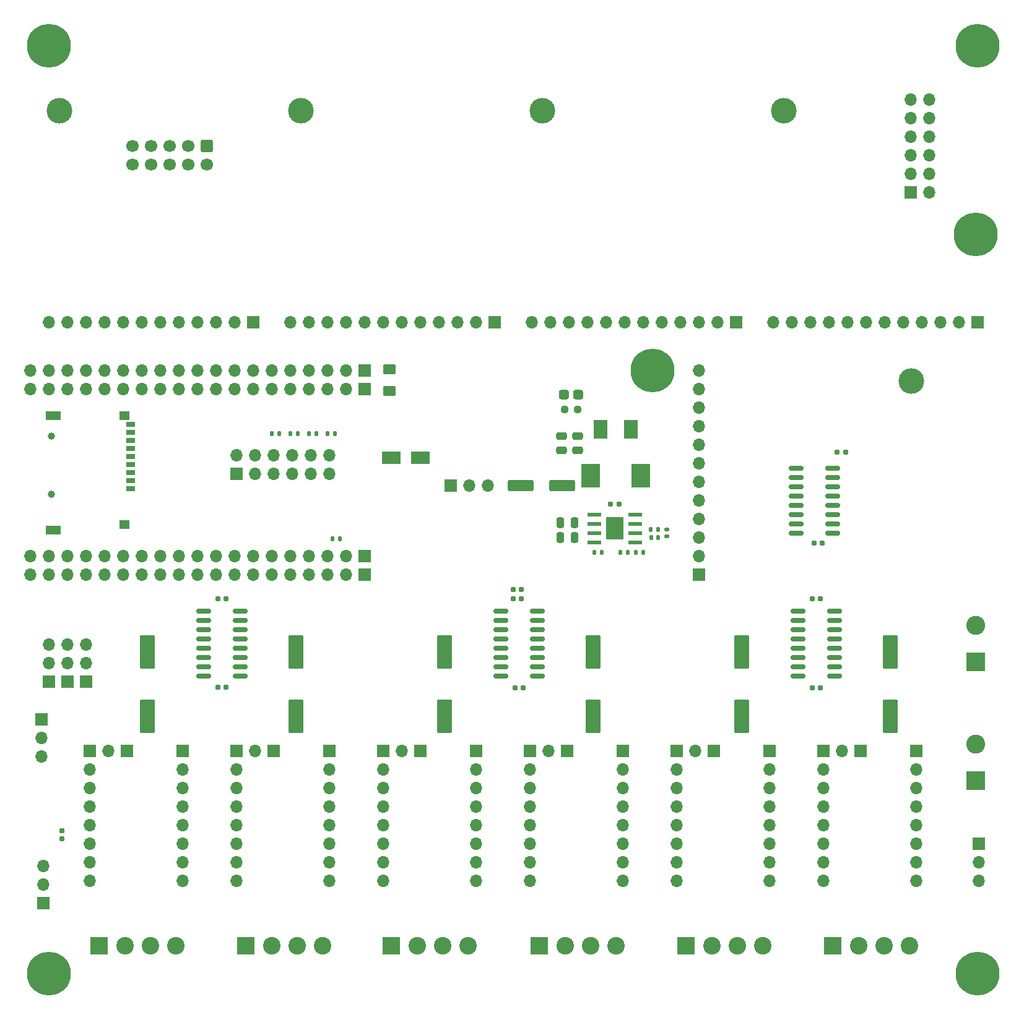
<source format=gbr>
%TF.GenerationSoftware,KiCad,Pcbnew,(5.99.0-13025-gf345eacf13)*%
%TF.CreationDate,2021-10-31T04:57:43-07:00*%
%TF.ProjectId,6_axis_I2S_v1p8s,365f6178-6973-45f4-9932-535f76317038,rev?*%
%TF.SameCoordinates,Original*%
%TF.FileFunction,Soldermask,Top*%
%TF.FilePolarity,Negative*%
%FSLAX46Y46*%
G04 Gerber Fmt 4.6, Leading zero omitted, Abs format (unit mm)*
G04 Created by KiCad (PCBNEW (5.99.0-13025-gf345eacf13)) date 2021-10-31 04:57:43*
%MOMM*%
%LPD*%
G01*
G04 APERTURE LIST*
G04 Aperture macros list*
%AMRoundRect*
0 Rectangle with rounded corners*
0 $1 Rounding radius*
0 $2 $3 $4 $5 $6 $7 $8 $9 X,Y pos of 4 corners*
0 Add a 4 corners polygon primitive as box body*
4,1,4,$2,$3,$4,$5,$6,$7,$8,$9,$2,$3,0*
0 Add four circle primitives for the rounded corners*
1,1,$1+$1,$2,$3*
1,1,$1+$1,$4,$5*
1,1,$1+$1,$6,$7*
1,1,$1+$1,$8,$9*
0 Add four rect primitives between the rounded corners*
20,1,$1+$1,$2,$3,$4,$5,0*
20,1,$1+$1,$4,$5,$6,$7,0*
20,1,$1+$1,$6,$7,$8,$9,0*
20,1,$1+$1,$8,$9,$2,$3,0*%
G04 Aperture macros list end*
%ADD10R,1.700000X1.700000*%
%ADD11O,1.700000X1.700000*%
%ADD12R,2.400000X2.400000*%
%ADD13C,2.400000*%
%ADD14RoundRect,0.155000X-0.212500X-0.155000X0.212500X-0.155000X0.212500X0.155000X-0.212500X0.155000X0*%
%ADD15C,1.000000*%
%ADD16R,1.300000X0.685800*%
%ADD17R,2.000000X1.200000*%
%ADD18R,1.400000X1.200000*%
%ADD19R,1.400000X1.193800*%
%ADD20RoundRect,0.155000X0.212500X0.155000X-0.212500X0.155000X-0.212500X-0.155000X0.212500X-0.155000X0*%
%ADD21RoundRect,0.155000X-0.155000X0.212500X-0.155000X-0.212500X0.155000X-0.212500X0.155000X0.212500X0*%
%ADD22RoundRect,0.150000X-0.825000X-0.150000X0.825000X-0.150000X0.825000X0.150000X-0.825000X0.150000X0*%
%ADD23C,3.500000*%
%ADD24C,6.000000*%
%ADD25C,3.900000*%
%ADD26RoundRect,0.140000X0.140000X0.170000X-0.140000X0.170000X-0.140000X-0.170000X0.140000X-0.170000X0*%
%ADD27RoundRect,0.140000X0.170000X-0.140000X0.170000X0.140000X-0.170000X0.140000X-0.170000X-0.140000X0*%
%ADD28R,2.600000X2.600000*%
%ADD29C,2.600000*%
%ADD30RoundRect,0.250001X0.799999X-2.049999X0.799999X2.049999X-0.799999X2.049999X-0.799999X-2.049999X0*%
%ADD31R,1.910000X0.610000*%
%ADD32R,1.205000X1.550000*%
%ADD33R,2.500000X1.800000*%
%ADD34RoundRect,0.237500X0.250000X0.237500X-0.250000X0.237500X-0.250000X-0.237500X0.250000X-0.237500X0*%
%ADD35R,2.500000X3.300000*%
%ADD36RoundRect,0.135000X0.135000X0.185000X-0.135000X0.185000X-0.135000X-0.185000X0.135000X-0.185000X0*%
%ADD37RoundRect,0.250000X-0.600000X0.600000X-0.600000X-0.600000X0.600000X-0.600000X0.600000X0.600000X0*%
%ADD38C,1.700000*%
%ADD39RoundRect,0.250000X-1.500000X-0.550000X1.500000X-0.550000X1.500000X0.550000X-1.500000X0.550000X0*%
%ADD40RoundRect,0.250000X-0.250000X-0.475000X0.250000X-0.475000X0.250000X0.475000X-0.250000X0.475000X0*%
%ADD41RoundRect,0.250001X-0.624999X0.462499X-0.624999X-0.462499X0.624999X-0.462499X0.624999X0.462499X0*%
%ADD42RoundRect,0.250000X0.475000X-0.250000X0.475000X0.250000X-0.475000X0.250000X-0.475000X-0.250000X0*%
%ADD43RoundRect,0.250000X0.412500X0.400000X-0.412500X0.400000X-0.412500X-0.400000X0.412500X-0.400000X0*%
%ADD44RoundRect,0.135000X-0.135000X-0.185000X0.135000X-0.185000X0.135000X0.185000X-0.135000X0.185000X0*%
%ADD45R,1.900000X2.500000*%
G04 APERTURE END LIST*
D10*
%TO.C,J18*%
X110744000Y-99187000D03*
D11*
X110744000Y-96647000D03*
X113284000Y-99187000D03*
X113284000Y-96647000D03*
X115824000Y-99187000D03*
X115824000Y-96647000D03*
X118364000Y-99187000D03*
X118364000Y-96647000D03*
X120904000Y-99187000D03*
X120904000Y-96647000D03*
X123444000Y-99187000D03*
X123444000Y-96647000D03*
%TD*%
D12*
%TO.C,TB3*%
X131910000Y-163830000D03*
D13*
X135410000Y-163830000D03*
X138910000Y-163830000D03*
X142410000Y-163830000D03*
%TD*%
D12*
%TO.C,TB6*%
X172212000Y-163830000D03*
D13*
X175712000Y-163830000D03*
X179212000Y-163830000D03*
X182712000Y-163830000D03*
%TD*%
D10*
%TO.C,J9*%
X110744000Y-137160000D03*
D11*
X110744000Y-139700000D03*
X110744000Y-142240000D03*
X110744000Y-144780000D03*
X110744000Y-147320000D03*
X110744000Y-149860000D03*
X110744000Y-152400000D03*
X110744000Y-154940000D03*
%TD*%
D14*
%TO.C,C15*%
X161865500Y-103378000D03*
X163000500Y-103378000D03*
%TD*%
D15*
%TO.C,SD1*%
X85364000Y-102027000D03*
X85364000Y-94027000D03*
D16*
X96204000Y-101227000D03*
X96204000Y-100127000D03*
X96204000Y-99027000D03*
X96204000Y-97927000D03*
X96204000Y-96827000D03*
X96204000Y-95727000D03*
X96204000Y-94627000D03*
X96204000Y-93527000D03*
X96204000Y-92427000D03*
D17*
X85654000Y-106947000D03*
D18*
X95354000Y-106107000D03*
D19*
X95354000Y-91217000D03*
D17*
X85654000Y-91217000D03*
%TD*%
D10*
%TO.C,J13*%
X130810000Y-137160000D03*
D11*
X130810000Y-139700000D03*
X130810000Y-142240000D03*
X130810000Y-144780000D03*
X130810000Y-147320000D03*
X130810000Y-149860000D03*
X130810000Y-152400000D03*
X130810000Y-154940000D03*
%TD*%
D20*
%TO.C,C1*%
X109279500Y-116332000D03*
X108144500Y-116332000D03*
%TD*%
D21*
%TO.C,C5*%
X86868000Y-148022500D03*
X86868000Y-149157500D03*
%TD*%
D10*
%TO.C,J24*%
X84074000Y-132857000D03*
D11*
X84074000Y-135397000D03*
X84074000Y-137937000D03*
%TD*%
D12*
%TO.C,TB5*%
X152146000Y-163830000D03*
D13*
X155646000Y-163830000D03*
X159146000Y-163830000D03*
X162646000Y-163830000D03*
%TD*%
D22*
%TO.C,U1*%
X106237000Y-117983000D03*
X106237000Y-119253000D03*
X106237000Y-120523000D03*
X106237000Y-121793000D03*
X106237000Y-123063000D03*
X106237000Y-124333000D03*
X106237000Y-125603000D03*
X106237000Y-126873000D03*
X111187000Y-126873000D03*
X111187000Y-125603000D03*
X111187000Y-124333000D03*
X111187000Y-123063000D03*
X111187000Y-121793000D03*
X111187000Y-120523000D03*
X111187000Y-119253000D03*
X111187000Y-117983000D03*
%TD*%
D23*
%TO.C,MOD3*%
X152570000Y-49486000D03*
D10*
X179070000Y-78486000D03*
D11*
X176530000Y-78486000D03*
X173990000Y-78486000D03*
X171450000Y-78486000D03*
X168910000Y-78486000D03*
X166370000Y-78486000D03*
X163830000Y-78486000D03*
X161290000Y-78486000D03*
X158750000Y-78486000D03*
X156210000Y-78486000D03*
X153670000Y-78486000D03*
X151130000Y-78486000D03*
%TD*%
D10*
%TO.C,J1*%
X95758000Y-137160000D03*
D11*
X93218000Y-137160000D03*
%TD*%
D10*
%TO.C,J2*%
X90678000Y-137160000D03*
D11*
X90678000Y-139700000D03*
X90678000Y-142240000D03*
X90678000Y-144780000D03*
X90678000Y-147320000D03*
X90678000Y-149860000D03*
X90678000Y-152400000D03*
X90678000Y-154940000D03*
%TD*%
D12*
%TO.C,TB7*%
X192278000Y-163830000D03*
D13*
X195778000Y-163830000D03*
X199278000Y-163830000D03*
X202778000Y-163830000D03*
%TD*%
D22*
%TO.C,U3*%
X187517000Y-117983000D03*
X187517000Y-119253000D03*
X187517000Y-120523000D03*
X187517000Y-121793000D03*
X187517000Y-123063000D03*
X187517000Y-124333000D03*
X187517000Y-125603000D03*
X187517000Y-126873000D03*
X192467000Y-126873000D03*
X192467000Y-125603000D03*
X192467000Y-124333000D03*
X192467000Y-123063000D03*
X192467000Y-121793000D03*
X192467000Y-120523000D03*
X192467000Y-119253000D03*
X192467000Y-117983000D03*
%TD*%
D24*
%TO.C,MH2*%
X212090000Y-40640000D03*
D25*
X212090000Y-40640000D03*
%TD*%
D24*
%TO.C,MH6*%
X211782500Y-66426066D03*
D25*
X211782500Y-66426066D03*
%TD*%
D23*
%TO.C,MOD4*%
X185590000Y-49486000D03*
D10*
X212090000Y-78486000D03*
D11*
X209550000Y-78486000D03*
X207010000Y-78486000D03*
X204470000Y-78486000D03*
X201930000Y-78486000D03*
X199390000Y-78486000D03*
X196850000Y-78486000D03*
X194310000Y-78486000D03*
X191770000Y-78486000D03*
X189230000Y-78486000D03*
X186690000Y-78486000D03*
X184150000Y-78486000D03*
%TD*%
D26*
%TO.C,C21*%
X168374000Y-107950000D03*
X167414000Y-107950000D03*
%TD*%
D10*
%TO.C,JP1*%
X90170000Y-127635000D03*
D11*
X90170000Y-125095000D03*
X90170000Y-122555000D03*
%TD*%
D27*
%TO.C,C23*%
X169545000Y-107795000D03*
X169545000Y-106835000D03*
%TD*%
D28*
%TO.C,TB4*%
X211836000Y-141224000D03*
D29*
X211836000Y-136224000D03*
%TD*%
D30*
%TO.C,C12*%
X118872000Y-132416000D03*
X118872000Y-123616000D03*
%TD*%
D31*
%TO.C,U5*%
X159653000Y-104775000D03*
X159653000Y-106045000D03*
X159653000Y-107315000D03*
X159653000Y-108585000D03*
X165213000Y-108585000D03*
X165213000Y-107315000D03*
X165213000Y-106045000D03*
X165213000Y-104775000D03*
D32*
X163035500Y-105905000D03*
X161830500Y-105905000D03*
X161830500Y-107455000D03*
X163035500Y-107455000D03*
%TD*%
D30*
%TO.C,C22*%
X159512000Y-132416000D03*
X159512000Y-123616000D03*
%TD*%
D10*
%TO.C,J20*%
X170942000Y-137160000D03*
D11*
X170942000Y-139700000D03*
X170942000Y-142240000D03*
X170942000Y-144780000D03*
X170942000Y-147320000D03*
X170942000Y-149860000D03*
X170942000Y-152400000D03*
X170942000Y-154940000D03*
%TD*%
D10*
%TO.C,J23*%
X212217000Y-149875000D03*
D11*
X212217000Y-152415000D03*
X212217000Y-154955000D03*
%TD*%
D33*
%TO.C,D1*%
X131858000Y-97028000D03*
X135858000Y-97028000D03*
%TD*%
D34*
%TO.C,R10*%
X157376500Y-90424000D03*
X155551500Y-90424000D03*
%TD*%
D35*
%TO.C,D2*%
X165960000Y-99441000D03*
X159160000Y-99441000D03*
%TD*%
D36*
%TO.C,R8*%
X121668000Y-93726000D03*
X120648000Y-93726000D03*
%TD*%
D37*
%TO.C,J11*%
X106680000Y-54356000D03*
D38*
X106680000Y-56896000D03*
X104140000Y-54356000D03*
X104140000Y-56896000D03*
X101600000Y-54356000D03*
X101600000Y-56896000D03*
X99060000Y-54356000D03*
X99060000Y-56896000D03*
X96520000Y-54356000D03*
X96520000Y-56896000D03*
%TD*%
D39*
%TO.C,C20*%
X149600000Y-100838000D03*
X155200000Y-100838000D03*
%TD*%
D10*
%TO.C,J21*%
X183642000Y-137160000D03*
D11*
X183642000Y-139700000D03*
X183642000Y-142240000D03*
X183642000Y-144780000D03*
X183642000Y-147320000D03*
X183642000Y-149860000D03*
X183642000Y-152400000D03*
X183642000Y-154940000D03*
%TD*%
D40*
%TO.C,C17*%
X155006000Y-107950000D03*
X156906000Y-107950000D03*
%TD*%
D10*
%TO.C,J4*%
X128270000Y-85090000D03*
D11*
X125730000Y-85090000D03*
X123190000Y-85090000D03*
X120650000Y-85090000D03*
X118110000Y-85090000D03*
X115570000Y-85090000D03*
X113030000Y-85090000D03*
X110490000Y-85090000D03*
X107950000Y-85090000D03*
X105410000Y-85090000D03*
X102870000Y-85090000D03*
X100330000Y-85090000D03*
X97790000Y-85090000D03*
X95250000Y-85090000D03*
X92710000Y-85090000D03*
X90170000Y-85090000D03*
X87630000Y-85090000D03*
X85090000Y-85090000D03*
X82550000Y-85090000D03*
%TD*%
D10*
%TO.C,J14*%
X143510000Y-137160000D03*
D11*
X143510000Y-139700000D03*
X143510000Y-142240000D03*
X143510000Y-144780000D03*
X143510000Y-147320000D03*
X143510000Y-149860000D03*
X143510000Y-152400000D03*
X143510000Y-154940000D03*
%TD*%
D10*
%TO.C,J28*%
X203708000Y-137160000D03*
D11*
X203708000Y-139700000D03*
X203708000Y-142240000D03*
X203708000Y-144780000D03*
X203708000Y-147320000D03*
X203708000Y-149860000D03*
X203708000Y-152400000D03*
X203708000Y-154940000D03*
%TD*%
D28*
%TO.C,TB8*%
X211836000Y-124968000D03*
D29*
X211836000Y-119968000D03*
%TD*%
D41*
%TO.C,C8*%
X131606112Y-84872500D03*
X131606112Y-87847500D03*
%TD*%
D40*
%TO.C,C16*%
X155006000Y-105918000D03*
X156906000Y-105918000D03*
%TD*%
D36*
%TO.C,R3*%
X160657000Y-109982000D03*
X159637000Y-109982000D03*
%TD*%
D24*
%TO.C,MH3*%
X85090000Y-40640000D03*
D25*
X85090000Y-40640000D03*
%TD*%
D20*
%TO.C,C11*%
X190559500Y-116332000D03*
X189424500Y-116332000D03*
%TD*%
D23*
%TO.C,MOD1*%
X86530000Y-49486000D03*
D10*
X113030000Y-78486000D03*
D11*
X110490000Y-78486000D03*
X107950000Y-78486000D03*
X105410000Y-78486000D03*
X102870000Y-78486000D03*
X100330000Y-78486000D03*
X97790000Y-78486000D03*
X95250000Y-78486000D03*
X92710000Y-78486000D03*
X90170000Y-78486000D03*
X87630000Y-78486000D03*
X85090000Y-78486000D03*
%TD*%
D10*
%TO.C,J5*%
X128270000Y-87630000D03*
D11*
X125730000Y-87630000D03*
X123190000Y-87630000D03*
X120650000Y-87630000D03*
X118110000Y-87630000D03*
X115570000Y-87630000D03*
X113030000Y-87630000D03*
X110490000Y-87630000D03*
X107950000Y-87630000D03*
X105410000Y-87630000D03*
X102870000Y-87630000D03*
X100330000Y-87630000D03*
X97790000Y-87630000D03*
X95250000Y-87630000D03*
X92710000Y-87630000D03*
X90170000Y-87630000D03*
X87630000Y-87630000D03*
X85090000Y-87630000D03*
X82550000Y-87630000D03*
%TD*%
D10*
%TO.C,J17*%
X163576000Y-137160000D03*
D11*
X163576000Y-139700000D03*
X163576000Y-142240000D03*
X163576000Y-144780000D03*
X163576000Y-147320000D03*
X163576000Y-149860000D03*
X163576000Y-152400000D03*
X163576000Y-154940000D03*
%TD*%
D36*
%TO.C,R2*%
X164213000Y-109982000D03*
X163193000Y-109982000D03*
%TD*%
D10*
%TO.C,J7*%
X128270000Y-110490000D03*
D11*
X125730000Y-110490000D03*
X123190000Y-110490000D03*
X120650000Y-110490000D03*
X118110000Y-110490000D03*
X115570000Y-110490000D03*
X113030000Y-110490000D03*
X110490000Y-110490000D03*
X107950000Y-110490000D03*
X105410000Y-110490000D03*
X102870000Y-110490000D03*
X100330000Y-110490000D03*
X97790000Y-110490000D03*
X95250000Y-110490000D03*
X92710000Y-110490000D03*
X90170000Y-110490000D03*
X87630000Y-110490000D03*
X85090000Y-110490000D03*
X82550000Y-110490000D03*
%TD*%
D36*
%TO.C,R7*%
X119128000Y-93726000D03*
X118108000Y-93726000D03*
%TD*%
%TO.C,R9*%
X124208000Y-93726000D03*
X123188000Y-93726000D03*
%TD*%
D30*
%TO.C,C24*%
X179832000Y-132416000D03*
X179832000Y-123616000D03*
%TD*%
D14*
%TO.C,C2*%
X108144500Y-128397000D03*
X109279500Y-128397000D03*
%TD*%
D10*
%TO.C,JP4*%
X87632366Y-127635000D03*
D11*
X87632366Y-125095000D03*
X87632366Y-122555000D03*
%TD*%
D10*
%TO.C,J12*%
X135890000Y-137160000D03*
D11*
X133350000Y-137160000D03*
%TD*%
D10*
%TO.C,J3*%
X103378000Y-137160000D03*
D11*
X103378000Y-139700000D03*
X103378000Y-142240000D03*
X103378000Y-144780000D03*
X103378000Y-147320000D03*
X103378000Y-149860000D03*
X103378000Y-152400000D03*
X103378000Y-154940000D03*
%TD*%
D42*
%TO.C,C18*%
X155194000Y-95946000D03*
X155194000Y-94046000D03*
%TD*%
D25*
%TO.C,MH1*%
X212090000Y-167640000D03*
D24*
X212090000Y-167640000D03*
%TD*%
D22*
%TO.C,U2*%
X146877000Y-117983000D03*
X146877000Y-119253000D03*
X146877000Y-120523000D03*
X146877000Y-121793000D03*
X146877000Y-123063000D03*
X146877000Y-124333000D03*
X146877000Y-125603000D03*
X146877000Y-126873000D03*
X151827000Y-126873000D03*
X151827000Y-125603000D03*
X151827000Y-124333000D03*
X151827000Y-123063000D03*
X151827000Y-121793000D03*
X151827000Y-120523000D03*
X151827000Y-119253000D03*
X151827000Y-117983000D03*
%TD*%
D43*
%TO.C,LED1*%
X157426500Y-88392000D03*
X155501500Y-88392000D03*
%TD*%
D10*
%TO.C,J15*%
X155956000Y-137160000D03*
D11*
X153416000Y-137160000D03*
%TD*%
D14*
%TO.C,C13*%
X192853500Y-96266000D03*
X193988500Y-96266000D03*
%TD*%
D24*
%TO.C,MH4*%
X85090000Y-167640000D03*
D25*
X85090000Y-167640000D03*
%TD*%
D30*
%TO.C,C25*%
X200152000Y-132416000D03*
X200152000Y-123616000D03*
%TD*%
D36*
%TO.C,R4*%
X168404000Y-106807000D03*
X167384000Y-106807000D03*
%TD*%
D23*
%TO.C,MOD5*%
X202992366Y-86530000D03*
D10*
X173992366Y-113030000D03*
D11*
X173992366Y-110490000D03*
X173992366Y-107950000D03*
X173992366Y-105410000D03*
X173992366Y-102870000D03*
X173992366Y-100330000D03*
X173992366Y-97790000D03*
X173992366Y-95250000D03*
X173992366Y-92710000D03*
X173992366Y-90170000D03*
X173992366Y-87630000D03*
X173992366Y-85090000D03*
%TD*%
D10*
%TO.C,J22*%
X139969000Y-100838000D03*
D11*
X142509000Y-100838000D03*
X145049000Y-100838000D03*
%TD*%
D12*
%TO.C,TB2*%
X112014000Y-163830000D03*
D13*
X115514000Y-163830000D03*
X119014000Y-163830000D03*
X122514000Y-163830000D03*
%TD*%
D10*
%TO.C,J8*%
X115824000Y-137160000D03*
D11*
X113284000Y-137160000D03*
%TD*%
D14*
%TO.C,C6*%
X189424500Y-128524000D03*
X190559500Y-128524000D03*
%TD*%
D10*
%TO.C,J16*%
X150876000Y-137160000D03*
D11*
X150876000Y-139700000D03*
X150876000Y-142240000D03*
X150876000Y-144780000D03*
X150876000Y-147320000D03*
X150876000Y-149860000D03*
X150876000Y-152400000D03*
X150876000Y-154940000D03*
%TD*%
D12*
%TO.C,TB1*%
X91948000Y-163830000D03*
D13*
X95448000Y-163830000D03*
X98948000Y-163830000D03*
X102448000Y-163830000D03*
%TD*%
D44*
%TO.C,R1*%
X123823000Y-108077000D03*
X124843000Y-108077000D03*
%TD*%
D10*
%TO.C,J25*%
X202946000Y-60706000D03*
D11*
X205486000Y-60706000D03*
X202946000Y-58166000D03*
X205486000Y-58166000D03*
X202946000Y-55626000D03*
X205486000Y-55626000D03*
X202946000Y-53086000D03*
X205486000Y-53086000D03*
X202946000Y-50546000D03*
X205486000Y-50546000D03*
X202946000Y-48006000D03*
X205486000Y-48006000D03*
%TD*%
D10*
%TO.C,J10*%
X123444000Y-137160000D03*
D11*
X123444000Y-139700000D03*
X123444000Y-142240000D03*
X123444000Y-144780000D03*
X123444000Y-147320000D03*
X123444000Y-149860000D03*
X123444000Y-152400000D03*
X123444000Y-154940000D03*
%TD*%
D36*
%TO.C,R6*%
X116588000Y-93726000D03*
X115568000Y-93726000D03*
%TD*%
D14*
%TO.C,C3*%
X189678500Y-108712000D03*
X190813500Y-108712000D03*
%TD*%
D42*
%TO.C,C19*%
X157353000Y-95946000D03*
X157353000Y-94046000D03*
%TD*%
D10*
%TO.C,JP3*%
X84328000Y-157988000D03*
D11*
X84328000Y-155448000D03*
X84328000Y-152908000D03*
%TD*%
D10*
%TO.C,JP2*%
X85090000Y-127635000D03*
D11*
X85090000Y-125095000D03*
X85090000Y-122555000D03*
%TD*%
D10*
%TO.C,J27*%
X191008000Y-137160000D03*
D11*
X191008000Y-139700000D03*
X191008000Y-142240000D03*
X191008000Y-144780000D03*
X191008000Y-147320000D03*
X191008000Y-149860000D03*
X191008000Y-152400000D03*
X191008000Y-154940000D03*
%TD*%
D30*
%TO.C,C10*%
X98552000Y-132416000D03*
X98552000Y-123616000D03*
%TD*%
D22*
%TO.C,U4*%
X187263000Y-98425000D03*
X187263000Y-99695000D03*
X187263000Y-100965000D03*
X187263000Y-102235000D03*
X187263000Y-103505000D03*
X187263000Y-104775000D03*
X187263000Y-106045000D03*
X187263000Y-107315000D03*
X192213000Y-107315000D03*
X192213000Y-106045000D03*
X192213000Y-104775000D03*
X192213000Y-103505000D03*
X192213000Y-102235000D03*
X192213000Y-100965000D03*
X192213000Y-99695000D03*
X192213000Y-98425000D03*
%TD*%
D10*
%TO.C,J19*%
X176022000Y-137160000D03*
D11*
X173482000Y-137160000D03*
%TD*%
D10*
%TO.C,J26*%
X196088000Y-137160000D03*
D11*
X193548000Y-137160000D03*
%TD*%
D25*
%TO.C,MH5*%
X167640000Y-85090000D03*
D24*
X167640000Y-85090000D03*
%TD*%
D36*
%TO.C,R5*%
X166372000Y-109982000D03*
X165352000Y-109982000D03*
%TD*%
D30*
%TO.C,C14*%
X139192000Y-132416000D03*
X139192000Y-123616000D03*
%TD*%
D10*
%TO.C,J6*%
X128270000Y-113030000D03*
D11*
X125730000Y-113030000D03*
X123190000Y-113030000D03*
X120650000Y-113030000D03*
X118110000Y-113030000D03*
X115570000Y-113030000D03*
X113030000Y-113030000D03*
X110490000Y-113030000D03*
X107950000Y-113030000D03*
X105410000Y-113030000D03*
X102870000Y-113030000D03*
X100330000Y-113030000D03*
X97790000Y-113030000D03*
X95250000Y-113030000D03*
X92710000Y-113030000D03*
X90170000Y-113030000D03*
X87630000Y-113030000D03*
X85090000Y-113030000D03*
X82550000Y-113030000D03*
%TD*%
D23*
%TO.C,MOD2*%
X119550000Y-49486000D03*
D10*
X146050000Y-78486000D03*
D11*
X143510000Y-78486000D03*
X140970000Y-78486000D03*
X138430000Y-78486000D03*
X135890000Y-78486000D03*
X133350000Y-78486000D03*
X130810000Y-78486000D03*
X128270000Y-78486000D03*
X125730000Y-78486000D03*
X123190000Y-78486000D03*
X120650000Y-78486000D03*
X118110000Y-78486000D03*
%TD*%
D14*
%TO.C,C4*%
X148784500Y-128524000D03*
X149919500Y-128524000D03*
%TD*%
D45*
%TO.C,L1*%
X164610000Y-93091000D03*
X160510000Y-93091000D03*
%TD*%
D14*
%TO.C,C7*%
X149665500Y-115062000D03*
X148530500Y-115062000D03*
%TD*%
D20*
%TO.C,C9*%
X149665500Y-116332000D03*
X148530500Y-116332000D03*
%TD*%
M02*

</source>
